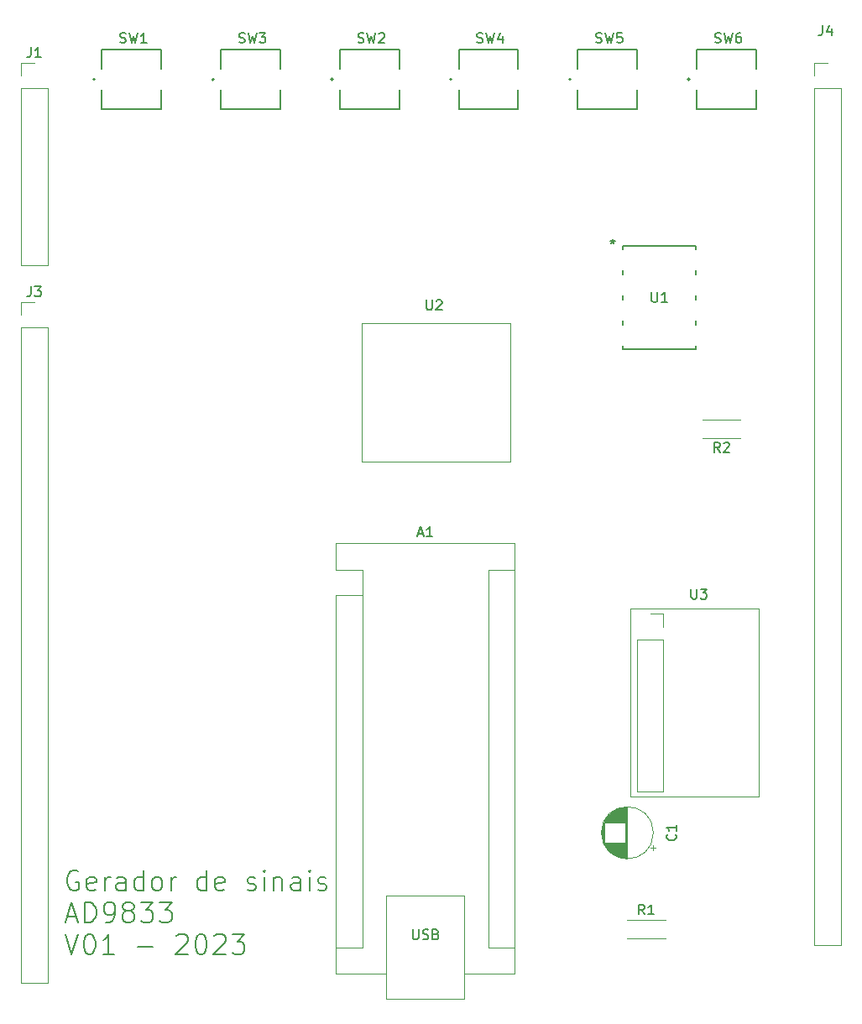
<source format=gbr>
%TF.GenerationSoftware,KiCad,Pcbnew,7.0.6-7.0.6~ubuntu22.04.1*%
%TF.CreationDate,2023-07-19T15:48:20-03:00*%
%TF.ProjectId,Gerador_sinais_AD9833,47657261-646f-4725-9f73-696e6169735f,v01*%
%TF.SameCoordinates,Original*%
%TF.FileFunction,Legend,Top*%
%TF.FilePolarity,Positive*%
%FSLAX46Y46*%
G04 Gerber Fmt 4.6, Leading zero omitted, Abs format (unit mm)*
G04 Created by KiCad (PCBNEW 7.0.6-7.0.6~ubuntu22.04.1) date 2023-07-19 15:48:20*
%MOMM*%
%LPD*%
G01*
G04 APERTURE LIST*
%ADD10C,0.150000*%
%ADD11C,0.100000*%
%ADD12C,0.127000*%
%ADD13C,0.200000*%
%ADD14C,0.120000*%
%ADD15C,0.152400*%
G04 APERTURE END LIST*
D10*
X111122493Y-137402676D02*
X110932017Y-137307438D01*
X110932017Y-137307438D02*
X110646303Y-137307438D01*
X110646303Y-137307438D02*
X110360588Y-137402676D01*
X110360588Y-137402676D02*
X110170112Y-137593152D01*
X110170112Y-137593152D02*
X110074874Y-137783628D01*
X110074874Y-137783628D02*
X109979636Y-138164580D01*
X109979636Y-138164580D02*
X109979636Y-138450295D01*
X109979636Y-138450295D02*
X110074874Y-138831247D01*
X110074874Y-138831247D02*
X110170112Y-139021723D01*
X110170112Y-139021723D02*
X110360588Y-139212200D01*
X110360588Y-139212200D02*
X110646303Y-139307438D01*
X110646303Y-139307438D02*
X110836779Y-139307438D01*
X110836779Y-139307438D02*
X111122493Y-139212200D01*
X111122493Y-139212200D02*
X111217731Y-139116961D01*
X111217731Y-139116961D02*
X111217731Y-138450295D01*
X111217731Y-138450295D02*
X110836779Y-138450295D01*
X112836779Y-139212200D02*
X112646303Y-139307438D01*
X112646303Y-139307438D02*
X112265350Y-139307438D01*
X112265350Y-139307438D02*
X112074874Y-139212200D01*
X112074874Y-139212200D02*
X111979636Y-139021723D01*
X111979636Y-139021723D02*
X111979636Y-138259819D01*
X111979636Y-138259819D02*
X112074874Y-138069342D01*
X112074874Y-138069342D02*
X112265350Y-137974104D01*
X112265350Y-137974104D02*
X112646303Y-137974104D01*
X112646303Y-137974104D02*
X112836779Y-138069342D01*
X112836779Y-138069342D02*
X112932017Y-138259819D01*
X112932017Y-138259819D02*
X112932017Y-138450295D01*
X112932017Y-138450295D02*
X111979636Y-138640771D01*
X113789160Y-139307438D02*
X113789160Y-137974104D01*
X113789160Y-138355057D02*
X113884398Y-138164580D01*
X113884398Y-138164580D02*
X113979636Y-138069342D01*
X113979636Y-138069342D02*
X114170112Y-137974104D01*
X114170112Y-137974104D02*
X114360589Y-137974104D01*
X115884398Y-139307438D02*
X115884398Y-138259819D01*
X115884398Y-138259819D02*
X115789160Y-138069342D01*
X115789160Y-138069342D02*
X115598684Y-137974104D01*
X115598684Y-137974104D02*
X115217731Y-137974104D01*
X115217731Y-137974104D02*
X115027255Y-138069342D01*
X115884398Y-139212200D02*
X115693922Y-139307438D01*
X115693922Y-139307438D02*
X115217731Y-139307438D01*
X115217731Y-139307438D02*
X115027255Y-139212200D01*
X115027255Y-139212200D02*
X114932017Y-139021723D01*
X114932017Y-139021723D02*
X114932017Y-138831247D01*
X114932017Y-138831247D02*
X115027255Y-138640771D01*
X115027255Y-138640771D02*
X115217731Y-138545533D01*
X115217731Y-138545533D02*
X115693922Y-138545533D01*
X115693922Y-138545533D02*
X115884398Y-138450295D01*
X117693922Y-139307438D02*
X117693922Y-137307438D01*
X117693922Y-139212200D02*
X117503446Y-139307438D01*
X117503446Y-139307438D02*
X117122493Y-139307438D01*
X117122493Y-139307438D02*
X116932017Y-139212200D01*
X116932017Y-139212200D02*
X116836779Y-139116961D01*
X116836779Y-139116961D02*
X116741541Y-138926485D01*
X116741541Y-138926485D02*
X116741541Y-138355057D01*
X116741541Y-138355057D02*
X116836779Y-138164580D01*
X116836779Y-138164580D02*
X116932017Y-138069342D01*
X116932017Y-138069342D02*
X117122493Y-137974104D01*
X117122493Y-137974104D02*
X117503446Y-137974104D01*
X117503446Y-137974104D02*
X117693922Y-138069342D01*
X118932017Y-139307438D02*
X118741541Y-139212200D01*
X118741541Y-139212200D02*
X118646303Y-139116961D01*
X118646303Y-139116961D02*
X118551065Y-138926485D01*
X118551065Y-138926485D02*
X118551065Y-138355057D01*
X118551065Y-138355057D02*
X118646303Y-138164580D01*
X118646303Y-138164580D02*
X118741541Y-138069342D01*
X118741541Y-138069342D02*
X118932017Y-137974104D01*
X118932017Y-137974104D02*
X119217732Y-137974104D01*
X119217732Y-137974104D02*
X119408208Y-138069342D01*
X119408208Y-138069342D02*
X119503446Y-138164580D01*
X119503446Y-138164580D02*
X119598684Y-138355057D01*
X119598684Y-138355057D02*
X119598684Y-138926485D01*
X119598684Y-138926485D02*
X119503446Y-139116961D01*
X119503446Y-139116961D02*
X119408208Y-139212200D01*
X119408208Y-139212200D02*
X119217732Y-139307438D01*
X119217732Y-139307438D02*
X118932017Y-139307438D01*
X120455827Y-139307438D02*
X120455827Y-137974104D01*
X120455827Y-138355057D02*
X120551065Y-138164580D01*
X120551065Y-138164580D02*
X120646303Y-138069342D01*
X120646303Y-138069342D02*
X120836779Y-137974104D01*
X120836779Y-137974104D02*
X121027256Y-137974104D01*
X124074875Y-139307438D02*
X124074875Y-137307438D01*
X124074875Y-139212200D02*
X123884399Y-139307438D01*
X123884399Y-139307438D02*
X123503446Y-139307438D01*
X123503446Y-139307438D02*
X123312970Y-139212200D01*
X123312970Y-139212200D02*
X123217732Y-139116961D01*
X123217732Y-139116961D02*
X123122494Y-138926485D01*
X123122494Y-138926485D02*
X123122494Y-138355057D01*
X123122494Y-138355057D02*
X123217732Y-138164580D01*
X123217732Y-138164580D02*
X123312970Y-138069342D01*
X123312970Y-138069342D02*
X123503446Y-137974104D01*
X123503446Y-137974104D02*
X123884399Y-137974104D01*
X123884399Y-137974104D02*
X124074875Y-138069342D01*
X125789161Y-139212200D02*
X125598685Y-139307438D01*
X125598685Y-139307438D02*
X125217732Y-139307438D01*
X125217732Y-139307438D02*
X125027256Y-139212200D01*
X125027256Y-139212200D02*
X124932018Y-139021723D01*
X124932018Y-139021723D02*
X124932018Y-138259819D01*
X124932018Y-138259819D02*
X125027256Y-138069342D01*
X125027256Y-138069342D02*
X125217732Y-137974104D01*
X125217732Y-137974104D02*
X125598685Y-137974104D01*
X125598685Y-137974104D02*
X125789161Y-138069342D01*
X125789161Y-138069342D02*
X125884399Y-138259819D01*
X125884399Y-138259819D02*
X125884399Y-138450295D01*
X125884399Y-138450295D02*
X124932018Y-138640771D01*
X128170114Y-139212200D02*
X128360590Y-139307438D01*
X128360590Y-139307438D02*
X128741542Y-139307438D01*
X128741542Y-139307438D02*
X128932019Y-139212200D01*
X128932019Y-139212200D02*
X129027257Y-139021723D01*
X129027257Y-139021723D02*
X129027257Y-138926485D01*
X129027257Y-138926485D02*
X128932019Y-138736009D01*
X128932019Y-138736009D02*
X128741542Y-138640771D01*
X128741542Y-138640771D02*
X128455828Y-138640771D01*
X128455828Y-138640771D02*
X128265352Y-138545533D01*
X128265352Y-138545533D02*
X128170114Y-138355057D01*
X128170114Y-138355057D02*
X128170114Y-138259819D01*
X128170114Y-138259819D02*
X128265352Y-138069342D01*
X128265352Y-138069342D02*
X128455828Y-137974104D01*
X128455828Y-137974104D02*
X128741542Y-137974104D01*
X128741542Y-137974104D02*
X128932019Y-138069342D01*
X129884400Y-139307438D02*
X129884400Y-137974104D01*
X129884400Y-137307438D02*
X129789162Y-137402676D01*
X129789162Y-137402676D02*
X129884400Y-137497914D01*
X129884400Y-137497914D02*
X129979638Y-137402676D01*
X129979638Y-137402676D02*
X129884400Y-137307438D01*
X129884400Y-137307438D02*
X129884400Y-137497914D01*
X130836781Y-137974104D02*
X130836781Y-139307438D01*
X130836781Y-138164580D02*
X130932019Y-138069342D01*
X130932019Y-138069342D02*
X131122495Y-137974104D01*
X131122495Y-137974104D02*
X131408210Y-137974104D01*
X131408210Y-137974104D02*
X131598686Y-138069342D01*
X131598686Y-138069342D02*
X131693924Y-138259819D01*
X131693924Y-138259819D02*
X131693924Y-139307438D01*
X133503448Y-139307438D02*
X133503448Y-138259819D01*
X133503448Y-138259819D02*
X133408210Y-138069342D01*
X133408210Y-138069342D02*
X133217734Y-137974104D01*
X133217734Y-137974104D02*
X132836781Y-137974104D01*
X132836781Y-137974104D02*
X132646305Y-138069342D01*
X133503448Y-139212200D02*
X133312972Y-139307438D01*
X133312972Y-139307438D02*
X132836781Y-139307438D01*
X132836781Y-139307438D02*
X132646305Y-139212200D01*
X132646305Y-139212200D02*
X132551067Y-139021723D01*
X132551067Y-139021723D02*
X132551067Y-138831247D01*
X132551067Y-138831247D02*
X132646305Y-138640771D01*
X132646305Y-138640771D02*
X132836781Y-138545533D01*
X132836781Y-138545533D02*
X133312972Y-138545533D01*
X133312972Y-138545533D02*
X133503448Y-138450295D01*
X134455829Y-139307438D02*
X134455829Y-137974104D01*
X134455829Y-137307438D02*
X134360591Y-137402676D01*
X134360591Y-137402676D02*
X134455829Y-137497914D01*
X134455829Y-137497914D02*
X134551067Y-137402676D01*
X134551067Y-137402676D02*
X134455829Y-137307438D01*
X134455829Y-137307438D02*
X134455829Y-137497914D01*
X135312972Y-139212200D02*
X135503448Y-139307438D01*
X135503448Y-139307438D02*
X135884400Y-139307438D01*
X135884400Y-139307438D02*
X136074877Y-139212200D01*
X136074877Y-139212200D02*
X136170115Y-139021723D01*
X136170115Y-139021723D02*
X136170115Y-138926485D01*
X136170115Y-138926485D02*
X136074877Y-138736009D01*
X136074877Y-138736009D02*
X135884400Y-138640771D01*
X135884400Y-138640771D02*
X135598686Y-138640771D01*
X135598686Y-138640771D02*
X135408210Y-138545533D01*
X135408210Y-138545533D02*
X135312972Y-138355057D01*
X135312972Y-138355057D02*
X135312972Y-138259819D01*
X135312972Y-138259819D02*
X135408210Y-138069342D01*
X135408210Y-138069342D02*
X135598686Y-137974104D01*
X135598686Y-137974104D02*
X135884400Y-137974104D01*
X135884400Y-137974104D02*
X136074877Y-138069342D01*
X109979636Y-141956009D02*
X110932017Y-141956009D01*
X109789160Y-142527438D02*
X110455826Y-140527438D01*
X110455826Y-140527438D02*
X111122493Y-142527438D01*
X111789160Y-142527438D02*
X111789160Y-140527438D01*
X111789160Y-140527438D02*
X112265350Y-140527438D01*
X112265350Y-140527438D02*
X112551065Y-140622676D01*
X112551065Y-140622676D02*
X112741541Y-140813152D01*
X112741541Y-140813152D02*
X112836779Y-141003628D01*
X112836779Y-141003628D02*
X112932017Y-141384580D01*
X112932017Y-141384580D02*
X112932017Y-141670295D01*
X112932017Y-141670295D02*
X112836779Y-142051247D01*
X112836779Y-142051247D02*
X112741541Y-142241723D01*
X112741541Y-142241723D02*
X112551065Y-142432200D01*
X112551065Y-142432200D02*
X112265350Y-142527438D01*
X112265350Y-142527438D02*
X111789160Y-142527438D01*
X113884398Y-142527438D02*
X114265350Y-142527438D01*
X114265350Y-142527438D02*
X114455827Y-142432200D01*
X114455827Y-142432200D02*
X114551065Y-142336961D01*
X114551065Y-142336961D02*
X114741541Y-142051247D01*
X114741541Y-142051247D02*
X114836779Y-141670295D01*
X114836779Y-141670295D02*
X114836779Y-140908390D01*
X114836779Y-140908390D02*
X114741541Y-140717914D01*
X114741541Y-140717914D02*
X114646303Y-140622676D01*
X114646303Y-140622676D02*
X114455827Y-140527438D01*
X114455827Y-140527438D02*
X114074874Y-140527438D01*
X114074874Y-140527438D02*
X113884398Y-140622676D01*
X113884398Y-140622676D02*
X113789160Y-140717914D01*
X113789160Y-140717914D02*
X113693922Y-140908390D01*
X113693922Y-140908390D02*
X113693922Y-141384580D01*
X113693922Y-141384580D02*
X113789160Y-141575057D01*
X113789160Y-141575057D02*
X113884398Y-141670295D01*
X113884398Y-141670295D02*
X114074874Y-141765533D01*
X114074874Y-141765533D02*
X114455827Y-141765533D01*
X114455827Y-141765533D02*
X114646303Y-141670295D01*
X114646303Y-141670295D02*
X114741541Y-141575057D01*
X114741541Y-141575057D02*
X114836779Y-141384580D01*
X115979636Y-141384580D02*
X115789160Y-141289342D01*
X115789160Y-141289342D02*
X115693922Y-141194104D01*
X115693922Y-141194104D02*
X115598684Y-141003628D01*
X115598684Y-141003628D02*
X115598684Y-140908390D01*
X115598684Y-140908390D02*
X115693922Y-140717914D01*
X115693922Y-140717914D02*
X115789160Y-140622676D01*
X115789160Y-140622676D02*
X115979636Y-140527438D01*
X115979636Y-140527438D02*
X116360589Y-140527438D01*
X116360589Y-140527438D02*
X116551065Y-140622676D01*
X116551065Y-140622676D02*
X116646303Y-140717914D01*
X116646303Y-140717914D02*
X116741541Y-140908390D01*
X116741541Y-140908390D02*
X116741541Y-141003628D01*
X116741541Y-141003628D02*
X116646303Y-141194104D01*
X116646303Y-141194104D02*
X116551065Y-141289342D01*
X116551065Y-141289342D02*
X116360589Y-141384580D01*
X116360589Y-141384580D02*
X115979636Y-141384580D01*
X115979636Y-141384580D02*
X115789160Y-141479819D01*
X115789160Y-141479819D02*
X115693922Y-141575057D01*
X115693922Y-141575057D02*
X115598684Y-141765533D01*
X115598684Y-141765533D02*
X115598684Y-142146485D01*
X115598684Y-142146485D02*
X115693922Y-142336961D01*
X115693922Y-142336961D02*
X115789160Y-142432200D01*
X115789160Y-142432200D02*
X115979636Y-142527438D01*
X115979636Y-142527438D02*
X116360589Y-142527438D01*
X116360589Y-142527438D02*
X116551065Y-142432200D01*
X116551065Y-142432200D02*
X116646303Y-142336961D01*
X116646303Y-142336961D02*
X116741541Y-142146485D01*
X116741541Y-142146485D02*
X116741541Y-141765533D01*
X116741541Y-141765533D02*
X116646303Y-141575057D01*
X116646303Y-141575057D02*
X116551065Y-141479819D01*
X116551065Y-141479819D02*
X116360589Y-141384580D01*
X117408208Y-140527438D02*
X118646303Y-140527438D01*
X118646303Y-140527438D02*
X117979636Y-141289342D01*
X117979636Y-141289342D02*
X118265351Y-141289342D01*
X118265351Y-141289342D02*
X118455827Y-141384580D01*
X118455827Y-141384580D02*
X118551065Y-141479819D01*
X118551065Y-141479819D02*
X118646303Y-141670295D01*
X118646303Y-141670295D02*
X118646303Y-142146485D01*
X118646303Y-142146485D02*
X118551065Y-142336961D01*
X118551065Y-142336961D02*
X118455827Y-142432200D01*
X118455827Y-142432200D02*
X118265351Y-142527438D01*
X118265351Y-142527438D02*
X117693922Y-142527438D01*
X117693922Y-142527438D02*
X117503446Y-142432200D01*
X117503446Y-142432200D02*
X117408208Y-142336961D01*
X119312970Y-140527438D02*
X120551065Y-140527438D01*
X120551065Y-140527438D02*
X119884398Y-141289342D01*
X119884398Y-141289342D02*
X120170113Y-141289342D01*
X120170113Y-141289342D02*
X120360589Y-141384580D01*
X120360589Y-141384580D02*
X120455827Y-141479819D01*
X120455827Y-141479819D02*
X120551065Y-141670295D01*
X120551065Y-141670295D02*
X120551065Y-142146485D01*
X120551065Y-142146485D02*
X120455827Y-142336961D01*
X120455827Y-142336961D02*
X120360589Y-142432200D01*
X120360589Y-142432200D02*
X120170113Y-142527438D01*
X120170113Y-142527438D02*
X119598684Y-142527438D01*
X119598684Y-142527438D02*
X119408208Y-142432200D01*
X119408208Y-142432200D02*
X119312970Y-142336961D01*
X109789160Y-143747438D02*
X110455826Y-145747438D01*
X110455826Y-145747438D02*
X111122493Y-143747438D01*
X112170112Y-143747438D02*
X112360589Y-143747438D01*
X112360589Y-143747438D02*
X112551065Y-143842676D01*
X112551065Y-143842676D02*
X112646303Y-143937914D01*
X112646303Y-143937914D02*
X112741541Y-144128390D01*
X112741541Y-144128390D02*
X112836779Y-144509342D01*
X112836779Y-144509342D02*
X112836779Y-144985533D01*
X112836779Y-144985533D02*
X112741541Y-145366485D01*
X112741541Y-145366485D02*
X112646303Y-145556961D01*
X112646303Y-145556961D02*
X112551065Y-145652200D01*
X112551065Y-145652200D02*
X112360589Y-145747438D01*
X112360589Y-145747438D02*
X112170112Y-145747438D01*
X112170112Y-145747438D02*
X111979636Y-145652200D01*
X111979636Y-145652200D02*
X111884398Y-145556961D01*
X111884398Y-145556961D02*
X111789160Y-145366485D01*
X111789160Y-145366485D02*
X111693922Y-144985533D01*
X111693922Y-144985533D02*
X111693922Y-144509342D01*
X111693922Y-144509342D02*
X111789160Y-144128390D01*
X111789160Y-144128390D02*
X111884398Y-143937914D01*
X111884398Y-143937914D02*
X111979636Y-143842676D01*
X111979636Y-143842676D02*
X112170112Y-143747438D01*
X114741541Y-145747438D02*
X113598684Y-145747438D01*
X114170112Y-145747438D02*
X114170112Y-143747438D01*
X114170112Y-143747438D02*
X113979636Y-144033152D01*
X113979636Y-144033152D02*
X113789160Y-144223628D01*
X113789160Y-144223628D02*
X113598684Y-144318866D01*
X117122494Y-144985533D02*
X118646304Y-144985533D01*
X121027256Y-143937914D02*
X121122494Y-143842676D01*
X121122494Y-143842676D02*
X121312970Y-143747438D01*
X121312970Y-143747438D02*
X121789161Y-143747438D01*
X121789161Y-143747438D02*
X121979637Y-143842676D01*
X121979637Y-143842676D02*
X122074875Y-143937914D01*
X122074875Y-143937914D02*
X122170113Y-144128390D01*
X122170113Y-144128390D02*
X122170113Y-144318866D01*
X122170113Y-144318866D02*
X122074875Y-144604580D01*
X122074875Y-144604580D02*
X120932018Y-145747438D01*
X120932018Y-145747438D02*
X122170113Y-145747438D01*
X123408208Y-143747438D02*
X123598685Y-143747438D01*
X123598685Y-143747438D02*
X123789161Y-143842676D01*
X123789161Y-143842676D02*
X123884399Y-143937914D01*
X123884399Y-143937914D02*
X123979637Y-144128390D01*
X123979637Y-144128390D02*
X124074875Y-144509342D01*
X124074875Y-144509342D02*
X124074875Y-144985533D01*
X124074875Y-144985533D02*
X123979637Y-145366485D01*
X123979637Y-145366485D02*
X123884399Y-145556961D01*
X123884399Y-145556961D02*
X123789161Y-145652200D01*
X123789161Y-145652200D02*
X123598685Y-145747438D01*
X123598685Y-145747438D02*
X123408208Y-145747438D01*
X123408208Y-145747438D02*
X123217732Y-145652200D01*
X123217732Y-145652200D02*
X123122494Y-145556961D01*
X123122494Y-145556961D02*
X123027256Y-145366485D01*
X123027256Y-145366485D02*
X122932018Y-144985533D01*
X122932018Y-144985533D02*
X122932018Y-144509342D01*
X122932018Y-144509342D02*
X123027256Y-144128390D01*
X123027256Y-144128390D02*
X123122494Y-143937914D01*
X123122494Y-143937914D02*
X123217732Y-143842676D01*
X123217732Y-143842676D02*
X123408208Y-143747438D01*
X124836780Y-143937914D02*
X124932018Y-143842676D01*
X124932018Y-143842676D02*
X125122494Y-143747438D01*
X125122494Y-143747438D02*
X125598685Y-143747438D01*
X125598685Y-143747438D02*
X125789161Y-143842676D01*
X125789161Y-143842676D02*
X125884399Y-143937914D01*
X125884399Y-143937914D02*
X125979637Y-144128390D01*
X125979637Y-144128390D02*
X125979637Y-144318866D01*
X125979637Y-144318866D02*
X125884399Y-144604580D01*
X125884399Y-144604580D02*
X124741542Y-145747438D01*
X124741542Y-145747438D02*
X125979637Y-145747438D01*
X126646304Y-143747438D02*
X127884399Y-143747438D01*
X127884399Y-143747438D02*
X127217732Y-144509342D01*
X127217732Y-144509342D02*
X127503447Y-144509342D01*
X127503447Y-144509342D02*
X127693923Y-144604580D01*
X127693923Y-144604580D02*
X127789161Y-144699819D01*
X127789161Y-144699819D02*
X127884399Y-144890295D01*
X127884399Y-144890295D02*
X127884399Y-145366485D01*
X127884399Y-145366485D02*
X127789161Y-145556961D01*
X127789161Y-145556961D02*
X127693923Y-145652200D01*
X127693923Y-145652200D02*
X127503447Y-145747438D01*
X127503447Y-145747438D02*
X126932018Y-145747438D01*
X126932018Y-145747438D02*
X126741542Y-145652200D01*
X126741542Y-145652200D02*
X126646304Y-145556961D01*
X146238095Y-79754819D02*
X146238095Y-80564342D01*
X146238095Y-80564342D02*
X146285714Y-80659580D01*
X146285714Y-80659580D02*
X146333333Y-80707200D01*
X146333333Y-80707200D02*
X146428571Y-80754819D01*
X146428571Y-80754819D02*
X146619047Y-80754819D01*
X146619047Y-80754819D02*
X146714285Y-80707200D01*
X146714285Y-80707200D02*
X146761904Y-80659580D01*
X146761904Y-80659580D02*
X146809523Y-80564342D01*
X146809523Y-80564342D02*
X146809523Y-79754819D01*
X147238095Y-79850057D02*
X147285714Y-79802438D01*
X147285714Y-79802438D02*
X147380952Y-79754819D01*
X147380952Y-79754819D02*
X147619047Y-79754819D01*
X147619047Y-79754819D02*
X147714285Y-79802438D01*
X147714285Y-79802438D02*
X147761904Y-79850057D01*
X147761904Y-79850057D02*
X147809523Y-79945295D01*
X147809523Y-79945295D02*
X147809523Y-80040533D01*
X147809523Y-80040533D02*
X147761904Y-80183390D01*
X147761904Y-80183390D02*
X147190476Y-80754819D01*
X147190476Y-80754819D02*
X147809523Y-80754819D01*
X127341667Y-53772200D02*
X127484524Y-53819819D01*
X127484524Y-53819819D02*
X127722619Y-53819819D01*
X127722619Y-53819819D02*
X127817857Y-53772200D01*
X127817857Y-53772200D02*
X127865476Y-53724580D01*
X127865476Y-53724580D02*
X127913095Y-53629342D01*
X127913095Y-53629342D02*
X127913095Y-53534104D01*
X127913095Y-53534104D02*
X127865476Y-53438866D01*
X127865476Y-53438866D02*
X127817857Y-53391247D01*
X127817857Y-53391247D02*
X127722619Y-53343628D01*
X127722619Y-53343628D02*
X127532143Y-53296009D01*
X127532143Y-53296009D02*
X127436905Y-53248390D01*
X127436905Y-53248390D02*
X127389286Y-53200771D01*
X127389286Y-53200771D02*
X127341667Y-53105533D01*
X127341667Y-53105533D02*
X127341667Y-53010295D01*
X127341667Y-53010295D02*
X127389286Y-52915057D01*
X127389286Y-52915057D02*
X127436905Y-52867438D01*
X127436905Y-52867438D02*
X127532143Y-52819819D01*
X127532143Y-52819819D02*
X127770238Y-52819819D01*
X127770238Y-52819819D02*
X127913095Y-52867438D01*
X128246429Y-52819819D02*
X128484524Y-53819819D01*
X128484524Y-53819819D02*
X128675000Y-53105533D01*
X128675000Y-53105533D02*
X128865476Y-53819819D01*
X128865476Y-53819819D02*
X129103572Y-52819819D01*
X129389286Y-52819819D02*
X130008333Y-52819819D01*
X130008333Y-52819819D02*
X129675000Y-53200771D01*
X129675000Y-53200771D02*
X129817857Y-53200771D01*
X129817857Y-53200771D02*
X129913095Y-53248390D01*
X129913095Y-53248390D02*
X129960714Y-53296009D01*
X129960714Y-53296009D02*
X130008333Y-53391247D01*
X130008333Y-53391247D02*
X130008333Y-53629342D01*
X130008333Y-53629342D02*
X129960714Y-53724580D01*
X129960714Y-53724580D02*
X129913095Y-53772200D01*
X129913095Y-53772200D02*
X129817857Y-53819819D01*
X129817857Y-53819819D02*
X129532143Y-53819819D01*
X129532143Y-53819819D02*
X129436905Y-53772200D01*
X129436905Y-53772200D02*
X129389286Y-53724580D01*
X171359580Y-133666666D02*
X171407200Y-133714285D01*
X171407200Y-133714285D02*
X171454819Y-133857142D01*
X171454819Y-133857142D02*
X171454819Y-133952380D01*
X171454819Y-133952380D02*
X171407200Y-134095237D01*
X171407200Y-134095237D02*
X171311961Y-134190475D01*
X171311961Y-134190475D02*
X171216723Y-134238094D01*
X171216723Y-134238094D02*
X171026247Y-134285713D01*
X171026247Y-134285713D02*
X170883390Y-134285713D01*
X170883390Y-134285713D02*
X170692914Y-134238094D01*
X170692914Y-134238094D02*
X170597676Y-134190475D01*
X170597676Y-134190475D02*
X170502438Y-134095237D01*
X170502438Y-134095237D02*
X170454819Y-133952380D01*
X170454819Y-133952380D02*
X170454819Y-133857142D01*
X170454819Y-133857142D02*
X170502438Y-133714285D01*
X170502438Y-133714285D02*
X170550057Y-133666666D01*
X171454819Y-132714285D02*
X171454819Y-133285713D01*
X171454819Y-132999999D02*
X170454819Y-132999999D01*
X170454819Y-132999999D02*
X170597676Y-133095237D01*
X170597676Y-133095237D02*
X170692914Y-133190475D01*
X170692914Y-133190475D02*
X170740533Y-133285713D01*
X145405714Y-103319104D02*
X145881904Y-103319104D01*
X145310476Y-103604819D02*
X145643809Y-102604819D01*
X145643809Y-102604819D02*
X145977142Y-103604819D01*
X146834285Y-103604819D02*
X146262857Y-103604819D01*
X146548571Y-103604819D02*
X146548571Y-102604819D01*
X146548571Y-102604819D02*
X146453333Y-102747676D01*
X146453333Y-102747676D02*
X146358095Y-102842914D01*
X146358095Y-102842914D02*
X146262857Y-102890533D01*
X144858095Y-143244819D02*
X144858095Y-144054342D01*
X144858095Y-144054342D02*
X144905714Y-144149580D01*
X144905714Y-144149580D02*
X144953333Y-144197200D01*
X144953333Y-144197200D02*
X145048571Y-144244819D01*
X145048571Y-144244819D02*
X145239047Y-144244819D01*
X145239047Y-144244819D02*
X145334285Y-144197200D01*
X145334285Y-144197200D02*
X145381904Y-144149580D01*
X145381904Y-144149580D02*
X145429523Y-144054342D01*
X145429523Y-144054342D02*
X145429523Y-143244819D01*
X145858095Y-144197200D02*
X146000952Y-144244819D01*
X146000952Y-144244819D02*
X146239047Y-144244819D01*
X146239047Y-144244819D02*
X146334285Y-144197200D01*
X146334285Y-144197200D02*
X146381904Y-144149580D01*
X146381904Y-144149580D02*
X146429523Y-144054342D01*
X146429523Y-144054342D02*
X146429523Y-143959104D01*
X146429523Y-143959104D02*
X146381904Y-143863866D01*
X146381904Y-143863866D02*
X146334285Y-143816247D01*
X146334285Y-143816247D02*
X146239047Y-143768628D01*
X146239047Y-143768628D02*
X146048571Y-143721009D01*
X146048571Y-143721009D02*
X145953333Y-143673390D01*
X145953333Y-143673390D02*
X145905714Y-143625771D01*
X145905714Y-143625771D02*
X145858095Y-143530533D01*
X145858095Y-143530533D02*
X145858095Y-143435295D01*
X145858095Y-143435295D02*
X145905714Y-143340057D01*
X145905714Y-143340057D02*
X145953333Y-143292438D01*
X145953333Y-143292438D02*
X146048571Y-143244819D01*
X146048571Y-143244819D02*
X146286666Y-143244819D01*
X146286666Y-143244819D02*
X146429523Y-143292438D01*
X147191428Y-143721009D02*
X147334285Y-143768628D01*
X147334285Y-143768628D02*
X147381904Y-143816247D01*
X147381904Y-143816247D02*
X147429523Y-143911485D01*
X147429523Y-143911485D02*
X147429523Y-144054342D01*
X147429523Y-144054342D02*
X147381904Y-144149580D01*
X147381904Y-144149580D02*
X147334285Y-144197200D01*
X147334285Y-144197200D02*
X147239047Y-144244819D01*
X147239047Y-144244819D02*
X146858095Y-144244819D01*
X146858095Y-144244819D02*
X146858095Y-143244819D01*
X146858095Y-143244819D02*
X147191428Y-143244819D01*
X147191428Y-143244819D02*
X147286666Y-143292438D01*
X147286666Y-143292438D02*
X147334285Y-143340057D01*
X147334285Y-143340057D02*
X147381904Y-143435295D01*
X147381904Y-143435295D02*
X147381904Y-143530533D01*
X147381904Y-143530533D02*
X147334285Y-143625771D01*
X147334285Y-143625771D02*
X147286666Y-143673390D01*
X147286666Y-143673390D02*
X147191428Y-143721009D01*
X147191428Y-143721009D02*
X146858095Y-143721009D01*
X168948095Y-78964819D02*
X168948095Y-79774342D01*
X168948095Y-79774342D02*
X168995714Y-79869580D01*
X168995714Y-79869580D02*
X169043333Y-79917200D01*
X169043333Y-79917200D02*
X169138571Y-79964819D01*
X169138571Y-79964819D02*
X169329047Y-79964819D01*
X169329047Y-79964819D02*
X169424285Y-79917200D01*
X169424285Y-79917200D02*
X169471904Y-79869580D01*
X169471904Y-79869580D02*
X169519523Y-79774342D01*
X169519523Y-79774342D02*
X169519523Y-78964819D01*
X170519523Y-79964819D02*
X169948095Y-79964819D01*
X170233809Y-79964819D02*
X170233809Y-78964819D01*
X170233809Y-78964819D02*
X170138571Y-79107676D01*
X170138571Y-79107676D02*
X170043333Y-79202914D01*
X170043333Y-79202914D02*
X169948095Y-79250533D01*
X165000000Y-73630819D02*
X165000000Y-73868914D01*
X164761905Y-73773676D02*
X165000000Y-73868914D01*
X165000000Y-73868914D02*
X165238095Y-73773676D01*
X164857143Y-74059390D02*
X165000000Y-73868914D01*
X165000000Y-73868914D02*
X165142857Y-74059390D01*
X151341667Y-53772200D02*
X151484524Y-53819819D01*
X151484524Y-53819819D02*
X151722619Y-53819819D01*
X151722619Y-53819819D02*
X151817857Y-53772200D01*
X151817857Y-53772200D02*
X151865476Y-53724580D01*
X151865476Y-53724580D02*
X151913095Y-53629342D01*
X151913095Y-53629342D02*
X151913095Y-53534104D01*
X151913095Y-53534104D02*
X151865476Y-53438866D01*
X151865476Y-53438866D02*
X151817857Y-53391247D01*
X151817857Y-53391247D02*
X151722619Y-53343628D01*
X151722619Y-53343628D02*
X151532143Y-53296009D01*
X151532143Y-53296009D02*
X151436905Y-53248390D01*
X151436905Y-53248390D02*
X151389286Y-53200771D01*
X151389286Y-53200771D02*
X151341667Y-53105533D01*
X151341667Y-53105533D02*
X151341667Y-53010295D01*
X151341667Y-53010295D02*
X151389286Y-52915057D01*
X151389286Y-52915057D02*
X151436905Y-52867438D01*
X151436905Y-52867438D02*
X151532143Y-52819819D01*
X151532143Y-52819819D02*
X151770238Y-52819819D01*
X151770238Y-52819819D02*
X151913095Y-52867438D01*
X152246429Y-52819819D02*
X152484524Y-53819819D01*
X152484524Y-53819819D02*
X152675000Y-53105533D01*
X152675000Y-53105533D02*
X152865476Y-53819819D01*
X152865476Y-53819819D02*
X153103572Y-52819819D01*
X153913095Y-53153152D02*
X153913095Y-53819819D01*
X153675000Y-52772200D02*
X153436905Y-53486485D01*
X153436905Y-53486485D02*
X154055952Y-53486485D01*
X186191666Y-52069819D02*
X186191666Y-52784104D01*
X186191666Y-52784104D02*
X186144047Y-52926961D01*
X186144047Y-52926961D02*
X186048809Y-53022200D01*
X186048809Y-53022200D02*
X185905952Y-53069819D01*
X185905952Y-53069819D02*
X185810714Y-53069819D01*
X187096428Y-52403152D02*
X187096428Y-53069819D01*
X186858333Y-52022200D02*
X186620238Y-52736485D01*
X186620238Y-52736485D02*
X187239285Y-52736485D01*
X175341667Y-53772200D02*
X175484524Y-53819819D01*
X175484524Y-53819819D02*
X175722619Y-53819819D01*
X175722619Y-53819819D02*
X175817857Y-53772200D01*
X175817857Y-53772200D02*
X175865476Y-53724580D01*
X175865476Y-53724580D02*
X175913095Y-53629342D01*
X175913095Y-53629342D02*
X175913095Y-53534104D01*
X175913095Y-53534104D02*
X175865476Y-53438866D01*
X175865476Y-53438866D02*
X175817857Y-53391247D01*
X175817857Y-53391247D02*
X175722619Y-53343628D01*
X175722619Y-53343628D02*
X175532143Y-53296009D01*
X175532143Y-53296009D02*
X175436905Y-53248390D01*
X175436905Y-53248390D02*
X175389286Y-53200771D01*
X175389286Y-53200771D02*
X175341667Y-53105533D01*
X175341667Y-53105533D02*
X175341667Y-53010295D01*
X175341667Y-53010295D02*
X175389286Y-52915057D01*
X175389286Y-52915057D02*
X175436905Y-52867438D01*
X175436905Y-52867438D02*
X175532143Y-52819819D01*
X175532143Y-52819819D02*
X175770238Y-52819819D01*
X175770238Y-52819819D02*
X175913095Y-52867438D01*
X176246429Y-52819819D02*
X176484524Y-53819819D01*
X176484524Y-53819819D02*
X176675000Y-53105533D01*
X176675000Y-53105533D02*
X176865476Y-53819819D01*
X176865476Y-53819819D02*
X177103572Y-52819819D01*
X177913095Y-52819819D02*
X177722619Y-52819819D01*
X177722619Y-52819819D02*
X177627381Y-52867438D01*
X177627381Y-52867438D02*
X177579762Y-52915057D01*
X177579762Y-52915057D02*
X177484524Y-53057914D01*
X177484524Y-53057914D02*
X177436905Y-53248390D01*
X177436905Y-53248390D02*
X177436905Y-53629342D01*
X177436905Y-53629342D02*
X177484524Y-53724580D01*
X177484524Y-53724580D02*
X177532143Y-53772200D01*
X177532143Y-53772200D02*
X177627381Y-53819819D01*
X177627381Y-53819819D02*
X177817857Y-53819819D01*
X177817857Y-53819819D02*
X177913095Y-53772200D01*
X177913095Y-53772200D02*
X177960714Y-53724580D01*
X177960714Y-53724580D02*
X178008333Y-53629342D01*
X178008333Y-53629342D02*
X178008333Y-53391247D01*
X178008333Y-53391247D02*
X177960714Y-53296009D01*
X177960714Y-53296009D02*
X177913095Y-53248390D01*
X177913095Y-53248390D02*
X177817857Y-53200771D01*
X177817857Y-53200771D02*
X177627381Y-53200771D01*
X177627381Y-53200771D02*
X177532143Y-53248390D01*
X177532143Y-53248390D02*
X177484524Y-53296009D01*
X177484524Y-53296009D02*
X177436905Y-53391247D01*
X175833333Y-95124819D02*
X175500000Y-94648628D01*
X175261905Y-95124819D02*
X175261905Y-94124819D01*
X175261905Y-94124819D02*
X175642857Y-94124819D01*
X175642857Y-94124819D02*
X175738095Y-94172438D01*
X175738095Y-94172438D02*
X175785714Y-94220057D01*
X175785714Y-94220057D02*
X175833333Y-94315295D01*
X175833333Y-94315295D02*
X175833333Y-94458152D01*
X175833333Y-94458152D02*
X175785714Y-94553390D01*
X175785714Y-94553390D02*
X175738095Y-94601009D01*
X175738095Y-94601009D02*
X175642857Y-94648628D01*
X175642857Y-94648628D02*
X175261905Y-94648628D01*
X176214286Y-94220057D02*
X176261905Y-94172438D01*
X176261905Y-94172438D02*
X176357143Y-94124819D01*
X176357143Y-94124819D02*
X176595238Y-94124819D01*
X176595238Y-94124819D02*
X176690476Y-94172438D01*
X176690476Y-94172438D02*
X176738095Y-94220057D01*
X176738095Y-94220057D02*
X176785714Y-94315295D01*
X176785714Y-94315295D02*
X176785714Y-94410533D01*
X176785714Y-94410533D02*
X176738095Y-94553390D01*
X176738095Y-94553390D02*
X176166667Y-95124819D01*
X176166667Y-95124819D02*
X176785714Y-95124819D01*
X106346666Y-54274819D02*
X106346666Y-54989104D01*
X106346666Y-54989104D02*
X106299047Y-55131961D01*
X106299047Y-55131961D02*
X106203809Y-55227200D01*
X106203809Y-55227200D02*
X106060952Y-55274819D01*
X106060952Y-55274819D02*
X105965714Y-55274819D01*
X107346666Y-55274819D02*
X106775238Y-55274819D01*
X107060952Y-55274819D02*
X107060952Y-54274819D01*
X107060952Y-54274819D02*
X106965714Y-54417676D01*
X106965714Y-54417676D02*
X106870476Y-54512914D01*
X106870476Y-54512914D02*
X106775238Y-54560533D01*
X106346666Y-78404819D02*
X106346666Y-79119104D01*
X106346666Y-79119104D02*
X106299047Y-79261961D01*
X106299047Y-79261961D02*
X106203809Y-79357200D01*
X106203809Y-79357200D02*
X106060952Y-79404819D01*
X106060952Y-79404819D02*
X105965714Y-79404819D01*
X106727619Y-78404819D02*
X107346666Y-78404819D01*
X107346666Y-78404819D02*
X107013333Y-78785771D01*
X107013333Y-78785771D02*
X107156190Y-78785771D01*
X107156190Y-78785771D02*
X107251428Y-78833390D01*
X107251428Y-78833390D02*
X107299047Y-78881009D01*
X107299047Y-78881009D02*
X107346666Y-78976247D01*
X107346666Y-78976247D02*
X107346666Y-79214342D01*
X107346666Y-79214342D02*
X107299047Y-79309580D01*
X107299047Y-79309580D02*
X107251428Y-79357200D01*
X107251428Y-79357200D02*
X107156190Y-79404819D01*
X107156190Y-79404819D02*
X106870476Y-79404819D01*
X106870476Y-79404819D02*
X106775238Y-79357200D01*
X106775238Y-79357200D02*
X106727619Y-79309580D01*
X172938095Y-108914819D02*
X172938095Y-109724342D01*
X172938095Y-109724342D02*
X172985714Y-109819580D01*
X172985714Y-109819580D02*
X173033333Y-109867200D01*
X173033333Y-109867200D02*
X173128571Y-109914819D01*
X173128571Y-109914819D02*
X173319047Y-109914819D01*
X173319047Y-109914819D02*
X173414285Y-109867200D01*
X173414285Y-109867200D02*
X173461904Y-109819580D01*
X173461904Y-109819580D02*
X173509523Y-109724342D01*
X173509523Y-109724342D02*
X173509523Y-108914819D01*
X173890476Y-108914819D02*
X174509523Y-108914819D01*
X174509523Y-108914819D02*
X174176190Y-109295771D01*
X174176190Y-109295771D02*
X174319047Y-109295771D01*
X174319047Y-109295771D02*
X174414285Y-109343390D01*
X174414285Y-109343390D02*
X174461904Y-109391009D01*
X174461904Y-109391009D02*
X174509523Y-109486247D01*
X174509523Y-109486247D02*
X174509523Y-109724342D01*
X174509523Y-109724342D02*
X174461904Y-109819580D01*
X174461904Y-109819580D02*
X174414285Y-109867200D01*
X174414285Y-109867200D02*
X174319047Y-109914819D01*
X174319047Y-109914819D02*
X174033333Y-109914819D01*
X174033333Y-109914819D02*
X173938095Y-109867200D01*
X173938095Y-109867200D02*
X173890476Y-109819580D01*
X139341667Y-53772200D02*
X139484524Y-53819819D01*
X139484524Y-53819819D02*
X139722619Y-53819819D01*
X139722619Y-53819819D02*
X139817857Y-53772200D01*
X139817857Y-53772200D02*
X139865476Y-53724580D01*
X139865476Y-53724580D02*
X139913095Y-53629342D01*
X139913095Y-53629342D02*
X139913095Y-53534104D01*
X139913095Y-53534104D02*
X139865476Y-53438866D01*
X139865476Y-53438866D02*
X139817857Y-53391247D01*
X139817857Y-53391247D02*
X139722619Y-53343628D01*
X139722619Y-53343628D02*
X139532143Y-53296009D01*
X139532143Y-53296009D02*
X139436905Y-53248390D01*
X139436905Y-53248390D02*
X139389286Y-53200771D01*
X139389286Y-53200771D02*
X139341667Y-53105533D01*
X139341667Y-53105533D02*
X139341667Y-53010295D01*
X139341667Y-53010295D02*
X139389286Y-52915057D01*
X139389286Y-52915057D02*
X139436905Y-52867438D01*
X139436905Y-52867438D02*
X139532143Y-52819819D01*
X139532143Y-52819819D02*
X139770238Y-52819819D01*
X139770238Y-52819819D02*
X139913095Y-52867438D01*
X140246429Y-52819819D02*
X140484524Y-53819819D01*
X140484524Y-53819819D02*
X140675000Y-53105533D01*
X140675000Y-53105533D02*
X140865476Y-53819819D01*
X140865476Y-53819819D02*
X141103572Y-52819819D01*
X141436905Y-52915057D02*
X141484524Y-52867438D01*
X141484524Y-52867438D02*
X141579762Y-52819819D01*
X141579762Y-52819819D02*
X141817857Y-52819819D01*
X141817857Y-52819819D02*
X141913095Y-52867438D01*
X141913095Y-52867438D02*
X141960714Y-52915057D01*
X141960714Y-52915057D02*
X142008333Y-53010295D01*
X142008333Y-53010295D02*
X142008333Y-53105533D01*
X142008333Y-53105533D02*
X141960714Y-53248390D01*
X141960714Y-53248390D02*
X141389286Y-53819819D01*
X141389286Y-53819819D02*
X142008333Y-53819819D01*
X115341667Y-53772200D02*
X115484524Y-53819819D01*
X115484524Y-53819819D02*
X115722619Y-53819819D01*
X115722619Y-53819819D02*
X115817857Y-53772200D01*
X115817857Y-53772200D02*
X115865476Y-53724580D01*
X115865476Y-53724580D02*
X115913095Y-53629342D01*
X115913095Y-53629342D02*
X115913095Y-53534104D01*
X115913095Y-53534104D02*
X115865476Y-53438866D01*
X115865476Y-53438866D02*
X115817857Y-53391247D01*
X115817857Y-53391247D02*
X115722619Y-53343628D01*
X115722619Y-53343628D02*
X115532143Y-53296009D01*
X115532143Y-53296009D02*
X115436905Y-53248390D01*
X115436905Y-53248390D02*
X115389286Y-53200771D01*
X115389286Y-53200771D02*
X115341667Y-53105533D01*
X115341667Y-53105533D02*
X115341667Y-53010295D01*
X115341667Y-53010295D02*
X115389286Y-52915057D01*
X115389286Y-52915057D02*
X115436905Y-52867438D01*
X115436905Y-52867438D02*
X115532143Y-52819819D01*
X115532143Y-52819819D02*
X115770238Y-52819819D01*
X115770238Y-52819819D02*
X115913095Y-52867438D01*
X116246429Y-52819819D02*
X116484524Y-53819819D01*
X116484524Y-53819819D02*
X116675000Y-53105533D01*
X116675000Y-53105533D02*
X116865476Y-53819819D01*
X116865476Y-53819819D02*
X117103572Y-52819819D01*
X118008333Y-53819819D02*
X117436905Y-53819819D01*
X117722619Y-53819819D02*
X117722619Y-52819819D01*
X117722619Y-52819819D02*
X117627381Y-52962676D01*
X117627381Y-52962676D02*
X117532143Y-53057914D01*
X117532143Y-53057914D02*
X117436905Y-53105533D01*
X168233333Y-141734819D02*
X167900000Y-141258628D01*
X167661905Y-141734819D02*
X167661905Y-140734819D01*
X167661905Y-140734819D02*
X168042857Y-140734819D01*
X168042857Y-140734819D02*
X168138095Y-140782438D01*
X168138095Y-140782438D02*
X168185714Y-140830057D01*
X168185714Y-140830057D02*
X168233333Y-140925295D01*
X168233333Y-140925295D02*
X168233333Y-141068152D01*
X168233333Y-141068152D02*
X168185714Y-141163390D01*
X168185714Y-141163390D02*
X168138095Y-141211009D01*
X168138095Y-141211009D02*
X168042857Y-141258628D01*
X168042857Y-141258628D02*
X167661905Y-141258628D01*
X169185714Y-141734819D02*
X168614286Y-141734819D01*
X168900000Y-141734819D02*
X168900000Y-140734819D01*
X168900000Y-140734819D02*
X168804762Y-140877676D01*
X168804762Y-140877676D02*
X168709524Y-140972914D01*
X168709524Y-140972914D02*
X168614286Y-141020533D01*
X163341667Y-53772200D02*
X163484524Y-53819819D01*
X163484524Y-53819819D02*
X163722619Y-53819819D01*
X163722619Y-53819819D02*
X163817857Y-53772200D01*
X163817857Y-53772200D02*
X163865476Y-53724580D01*
X163865476Y-53724580D02*
X163913095Y-53629342D01*
X163913095Y-53629342D02*
X163913095Y-53534104D01*
X163913095Y-53534104D02*
X163865476Y-53438866D01*
X163865476Y-53438866D02*
X163817857Y-53391247D01*
X163817857Y-53391247D02*
X163722619Y-53343628D01*
X163722619Y-53343628D02*
X163532143Y-53296009D01*
X163532143Y-53296009D02*
X163436905Y-53248390D01*
X163436905Y-53248390D02*
X163389286Y-53200771D01*
X163389286Y-53200771D02*
X163341667Y-53105533D01*
X163341667Y-53105533D02*
X163341667Y-53010295D01*
X163341667Y-53010295D02*
X163389286Y-52915057D01*
X163389286Y-52915057D02*
X163436905Y-52867438D01*
X163436905Y-52867438D02*
X163532143Y-52819819D01*
X163532143Y-52819819D02*
X163770238Y-52819819D01*
X163770238Y-52819819D02*
X163913095Y-52867438D01*
X164246429Y-52819819D02*
X164484524Y-53819819D01*
X164484524Y-53819819D02*
X164675000Y-53105533D01*
X164675000Y-53105533D02*
X164865476Y-53819819D01*
X164865476Y-53819819D02*
X165103572Y-52819819D01*
X165960714Y-52819819D02*
X165484524Y-52819819D01*
X165484524Y-52819819D02*
X165436905Y-53296009D01*
X165436905Y-53296009D02*
X165484524Y-53248390D01*
X165484524Y-53248390D02*
X165579762Y-53200771D01*
X165579762Y-53200771D02*
X165817857Y-53200771D01*
X165817857Y-53200771D02*
X165913095Y-53248390D01*
X165913095Y-53248390D02*
X165960714Y-53296009D01*
X165960714Y-53296009D02*
X166008333Y-53391247D01*
X166008333Y-53391247D02*
X166008333Y-53629342D01*
X166008333Y-53629342D02*
X165960714Y-53724580D01*
X165960714Y-53724580D02*
X165913095Y-53772200D01*
X165913095Y-53772200D02*
X165817857Y-53819819D01*
X165817857Y-53819819D02*
X165579762Y-53819819D01*
X165579762Y-53819819D02*
X165484524Y-53772200D01*
X165484524Y-53772200D02*
X165436905Y-53724580D01*
D11*
%TO.C,U2*%
X139700000Y-82100000D02*
X154700000Y-82100000D01*
X154700000Y-82100000D02*
X154700000Y-96100000D01*
X154700000Y-96100000D02*
X139700000Y-96100000D01*
X139700000Y-96100000D02*
X139700000Y-82100000D01*
D12*
%TO.C,SW3*%
X125500000Y-54500000D02*
X131500000Y-54500000D01*
X125500000Y-56425000D02*
X125500000Y-54500000D01*
X125500000Y-60500000D02*
X125500000Y-58575000D01*
X131500000Y-54500000D02*
X131500000Y-56425000D01*
X131500000Y-58575000D02*
X131500000Y-60500000D01*
X131500000Y-60500000D02*
X125500000Y-60500000D01*
D13*
X124800000Y-57500000D02*
G75*
G03*
X124800000Y-57500000I-100000J0D01*
G01*
D14*
%TO.C,C1*%
X169304775Y-134975000D02*
X168804775Y-134975000D01*
X169054775Y-135225000D02*
X169054775Y-134725000D01*
X166500000Y-136080000D02*
X166500000Y-130920000D01*
X166460000Y-136080000D02*
X166460000Y-130920000D01*
X166420000Y-136079000D02*
X166420000Y-130921000D01*
X166380000Y-136078000D02*
X166380000Y-130922000D01*
X166340000Y-136076000D02*
X166340000Y-130924000D01*
X166300000Y-136073000D02*
X166300000Y-130927000D01*
X166260000Y-136069000D02*
X166260000Y-134540000D01*
X166260000Y-132460000D02*
X166260000Y-130931000D01*
X166220000Y-136065000D02*
X166220000Y-134540000D01*
X166220000Y-132460000D02*
X166220000Y-130935000D01*
X166180000Y-136061000D02*
X166180000Y-134540000D01*
X166180000Y-132460000D02*
X166180000Y-130939000D01*
X166140000Y-136056000D02*
X166140000Y-134540000D01*
X166140000Y-132460000D02*
X166140000Y-130944000D01*
X166100000Y-136050000D02*
X166100000Y-134540000D01*
X166100000Y-132460000D02*
X166100000Y-130950000D01*
X166060000Y-136043000D02*
X166060000Y-134540000D01*
X166060000Y-132460000D02*
X166060000Y-130957000D01*
X166020000Y-136036000D02*
X166020000Y-134540000D01*
X166020000Y-132460000D02*
X166020000Y-130964000D01*
X165980000Y-136028000D02*
X165980000Y-134540000D01*
X165980000Y-132460000D02*
X165980000Y-130972000D01*
X165940000Y-136020000D02*
X165940000Y-134540000D01*
X165940000Y-132460000D02*
X165940000Y-130980000D01*
X165900000Y-136011000D02*
X165900000Y-134540000D01*
X165900000Y-132460000D02*
X165900000Y-130989000D01*
X165860000Y-136001000D02*
X165860000Y-134540000D01*
X165860000Y-132460000D02*
X165860000Y-130999000D01*
X165820000Y-135991000D02*
X165820000Y-134540000D01*
X165820000Y-132460000D02*
X165820000Y-131009000D01*
X165779000Y-135980000D02*
X165779000Y-134540000D01*
X165779000Y-132460000D02*
X165779000Y-131020000D01*
X165739000Y-135968000D02*
X165739000Y-134540000D01*
X165739000Y-132460000D02*
X165739000Y-131032000D01*
X165699000Y-135955000D02*
X165699000Y-134540000D01*
X165699000Y-132460000D02*
X165699000Y-131045000D01*
X165659000Y-135942000D02*
X165659000Y-134540000D01*
X165659000Y-132460000D02*
X165659000Y-131058000D01*
X165619000Y-135928000D02*
X165619000Y-134540000D01*
X165619000Y-132460000D02*
X165619000Y-131072000D01*
X165579000Y-135914000D02*
X165579000Y-134540000D01*
X165579000Y-132460000D02*
X165579000Y-131086000D01*
X165539000Y-135898000D02*
X165539000Y-134540000D01*
X165539000Y-132460000D02*
X165539000Y-131102000D01*
X165499000Y-135882000D02*
X165499000Y-134540000D01*
X165499000Y-132460000D02*
X165499000Y-131118000D01*
X165459000Y-135865000D02*
X165459000Y-134540000D01*
X165459000Y-132460000D02*
X165459000Y-131135000D01*
X165419000Y-135848000D02*
X165419000Y-134540000D01*
X165419000Y-132460000D02*
X165419000Y-131152000D01*
X165379000Y-135829000D02*
X165379000Y-134540000D01*
X165379000Y-132460000D02*
X165379000Y-131171000D01*
X165339000Y-135810000D02*
X165339000Y-134540000D01*
X165339000Y-132460000D02*
X165339000Y-131190000D01*
X165299000Y-135790000D02*
X165299000Y-134540000D01*
X165299000Y-132460000D02*
X165299000Y-131210000D01*
X165259000Y-135768000D02*
X165259000Y-134540000D01*
X165259000Y-132460000D02*
X165259000Y-131232000D01*
X165219000Y-135747000D02*
X165219000Y-134540000D01*
X165219000Y-132460000D02*
X165219000Y-131253000D01*
X165179000Y-135724000D02*
X165179000Y-134540000D01*
X165179000Y-132460000D02*
X165179000Y-131276000D01*
X165139000Y-135700000D02*
X165139000Y-134540000D01*
X165139000Y-132460000D02*
X165139000Y-131300000D01*
X165099000Y-135675000D02*
X165099000Y-134540000D01*
X165099000Y-132460000D02*
X165099000Y-131325000D01*
X165059000Y-135649000D02*
X165059000Y-134540000D01*
X165059000Y-132460000D02*
X165059000Y-131351000D01*
X165019000Y-135622000D02*
X165019000Y-134540000D01*
X165019000Y-132460000D02*
X165019000Y-131378000D01*
X164979000Y-135595000D02*
X164979000Y-134540000D01*
X164979000Y-132460000D02*
X164979000Y-131405000D01*
X164939000Y-135565000D02*
X164939000Y-134540000D01*
X164939000Y-132460000D02*
X164939000Y-131435000D01*
X164899000Y-135535000D02*
X164899000Y-134540000D01*
X164899000Y-132460000D02*
X164899000Y-131465000D01*
X164859000Y-135504000D02*
X164859000Y-134540000D01*
X164859000Y-132460000D02*
X164859000Y-131496000D01*
X164819000Y-135471000D02*
X164819000Y-134540000D01*
X164819000Y-132460000D02*
X164819000Y-131529000D01*
X164779000Y-135437000D02*
X164779000Y-134540000D01*
X164779000Y-132460000D02*
X164779000Y-131563000D01*
X164739000Y-135401000D02*
X164739000Y-134540000D01*
X164739000Y-132460000D02*
X164739000Y-131599000D01*
X164699000Y-135364000D02*
X164699000Y-134540000D01*
X164699000Y-132460000D02*
X164699000Y-131636000D01*
X164659000Y-135326000D02*
X164659000Y-134540000D01*
X164659000Y-132460000D02*
X164659000Y-131674000D01*
X164619000Y-135285000D02*
X164619000Y-134540000D01*
X164619000Y-132460000D02*
X164619000Y-131715000D01*
X164579000Y-135243000D02*
X164579000Y-134540000D01*
X164579000Y-132460000D02*
X164579000Y-131757000D01*
X164539000Y-135199000D02*
X164539000Y-134540000D01*
X164539000Y-132460000D02*
X164539000Y-131801000D01*
X164499000Y-135153000D02*
X164499000Y-134540000D01*
X164499000Y-132460000D02*
X164499000Y-131847000D01*
X164459000Y-135105000D02*
X164459000Y-134540000D01*
X164459000Y-132460000D02*
X164459000Y-131895000D01*
X164419000Y-135054000D02*
X164419000Y-134540000D01*
X164419000Y-132460000D02*
X164419000Y-131946000D01*
X164379000Y-135000000D02*
X164379000Y-134540000D01*
X164379000Y-132460000D02*
X164379000Y-132000000D01*
X164339000Y-134943000D02*
X164339000Y-134540000D01*
X164339000Y-132460000D02*
X164339000Y-132057000D01*
X164299000Y-134883000D02*
X164299000Y-134540000D01*
X164299000Y-132460000D02*
X164299000Y-132117000D01*
X164259000Y-134819000D02*
X164259000Y-134540000D01*
X164259000Y-132460000D02*
X164259000Y-132181000D01*
X164219000Y-134751000D02*
X164219000Y-134540000D01*
X164219000Y-132460000D02*
X164219000Y-132249000D01*
X164179000Y-134678000D02*
X164179000Y-132322000D01*
X164139000Y-134598000D02*
X164139000Y-132402000D01*
X164099000Y-134511000D02*
X164099000Y-132489000D01*
X164059000Y-134415000D02*
X164059000Y-132585000D01*
X164019000Y-134305000D02*
X164019000Y-132695000D01*
X163979000Y-134177000D02*
X163979000Y-132823000D01*
X163939000Y-134018000D02*
X163939000Y-132982000D01*
X163899000Y-133784000D02*
X163899000Y-133216000D01*
X169120000Y-133500000D02*
G75*
G03*
X169120000Y-133500000I-2620000J0D01*
G01*
%TO.C,A1*%
X137100000Y-104290000D02*
X137100000Y-106960000D01*
X137100000Y-109500000D02*
X137100000Y-147730000D01*
X137100000Y-147730000D02*
X142180000Y-147730000D01*
X139770000Y-106960000D02*
X137100000Y-106960000D01*
X139770000Y-109500000D02*
X137100000Y-109500000D01*
X139770000Y-109500000D02*
X139770000Y-106960000D01*
X139770000Y-109500000D02*
X139770000Y-145060000D01*
X139770000Y-145060000D02*
X137100000Y-145060000D01*
X142180000Y-139850000D02*
X150060000Y-139850000D01*
X142180000Y-150270000D02*
X142180000Y-139850000D01*
X150060000Y-139850000D02*
X150060000Y-150270000D01*
X150060000Y-150270000D02*
X142180000Y-150270000D01*
X152470000Y-106960000D02*
X152470000Y-145060000D01*
X152470000Y-106960000D02*
X155140000Y-106960000D01*
X152470000Y-145060000D02*
X155140000Y-145060000D01*
X155140000Y-104290000D02*
X137100000Y-104290000D01*
X155140000Y-147730000D02*
X150060000Y-147730000D01*
X155140000Y-147730000D02*
X155140000Y-104290000D01*
D15*
%TO.C,U1*%
X166027000Y-74303000D02*
X166027000Y-74605260D01*
X166027000Y-76794740D02*
X166027000Y-77152652D01*
X166027000Y-79327348D02*
X166027000Y-79692652D01*
X166027000Y-81867348D02*
X166027000Y-82232652D01*
X166027000Y-84407348D02*
X166027000Y-84717000D01*
X166027000Y-84717000D02*
X173393000Y-84717000D01*
X173393000Y-74303000D02*
X166027000Y-74303000D01*
X173393000Y-74612652D02*
X173393000Y-74303000D01*
X173393000Y-77152652D02*
X173393000Y-76787348D01*
X173393000Y-79692652D02*
X173393000Y-79327348D01*
X173393000Y-82232652D02*
X173393000Y-81867348D01*
X173393000Y-84717000D02*
X173393000Y-84407348D01*
D12*
%TO.C,SW4*%
X149500000Y-54500000D02*
X155500000Y-54500000D01*
X149500000Y-56425000D02*
X149500000Y-54500000D01*
X149500000Y-60500000D02*
X149500000Y-58575000D01*
X155500000Y-54500000D02*
X155500000Y-56425000D01*
X155500000Y-58575000D02*
X155500000Y-60500000D01*
X155500000Y-60500000D02*
X149500000Y-60500000D01*
D13*
X148800000Y-57500000D02*
G75*
G03*
X148800000Y-57500000I-100000J0D01*
G01*
D14*
%TO.C,J4*%
X185360000Y-55820000D02*
X186690000Y-55820000D01*
X185360000Y-57150000D02*
X185360000Y-55820000D01*
X185360000Y-58420000D02*
X185360000Y-144840000D01*
X185360000Y-58420000D02*
X188020000Y-58420000D01*
X185360000Y-144840000D02*
X188020000Y-144840000D01*
X188020000Y-58420000D02*
X188020000Y-144840000D01*
D12*
%TO.C,SW6*%
X173500000Y-54500000D02*
X179500000Y-54500000D01*
X173500000Y-56425000D02*
X173500000Y-54500000D01*
X173500000Y-60500000D02*
X173500000Y-58575000D01*
X179500000Y-54500000D02*
X179500000Y-56425000D01*
X179500000Y-58575000D02*
X179500000Y-60500000D01*
X179500000Y-60500000D02*
X173500000Y-60500000D01*
D13*
X172800000Y-57500000D02*
G75*
G03*
X172800000Y-57500000I-100000J0D01*
G01*
D14*
%TO.C,R2*%
X177920000Y-93670000D02*
X174080000Y-93670000D01*
X177920000Y-91830000D02*
X174080000Y-91830000D01*
%TO.C,J1*%
X105350000Y-55820000D02*
X106680000Y-55820000D01*
X105350000Y-57150000D02*
X105350000Y-55820000D01*
X105350000Y-58420000D02*
X105350000Y-76260000D01*
X105350000Y-58420000D02*
X108010000Y-58420000D01*
X105350000Y-76260000D02*
X108010000Y-76260000D01*
X108010000Y-58420000D02*
X108010000Y-76260000D01*
%TO.C,J3*%
X105350000Y-79950000D02*
X106680000Y-79950000D01*
X105350000Y-81280000D02*
X105350000Y-79950000D01*
X105350000Y-82550000D02*
X105350000Y-148650000D01*
X105350000Y-82550000D02*
X108010000Y-82550000D01*
X105350000Y-148650000D02*
X108010000Y-148650000D01*
X108010000Y-82550000D02*
X108010000Y-148650000D01*
%TO.C,U3*%
X167470000Y-114030000D02*
X167470000Y-129330000D01*
X167470000Y-114030000D02*
X170130000Y-114030000D01*
X167470000Y-129330000D02*
X170130000Y-129330000D01*
X168800000Y-111430000D02*
X170130000Y-111430000D01*
X170130000Y-111430000D02*
X170130000Y-112760000D01*
X170130000Y-114030000D02*
X170130000Y-129330000D01*
D11*
X166800000Y-110860000D02*
X179800000Y-110860000D01*
X179800000Y-110860000D02*
X179800000Y-129860000D01*
X179800000Y-129860000D02*
X166800000Y-129860000D01*
X166800000Y-129860000D02*
X166800000Y-110860000D01*
D12*
%TO.C,SW2*%
X137500000Y-54500000D02*
X143500000Y-54500000D01*
X137500000Y-56425000D02*
X137500000Y-54500000D01*
X137500000Y-60500000D02*
X137500000Y-58575000D01*
X143500000Y-54500000D02*
X143500000Y-56425000D01*
X143500000Y-58575000D02*
X143500000Y-60500000D01*
X143500000Y-60500000D02*
X137500000Y-60500000D01*
D13*
X136800000Y-57500000D02*
G75*
G03*
X136800000Y-57500000I-100000J0D01*
G01*
D12*
%TO.C,SW1*%
X113500000Y-54500000D02*
X119500000Y-54500000D01*
X113500000Y-56425000D02*
X113500000Y-54500000D01*
X113500000Y-60500000D02*
X113500000Y-58575000D01*
X119500000Y-54500000D02*
X119500000Y-56425000D01*
X119500000Y-58575000D02*
X119500000Y-60500000D01*
X119500000Y-60500000D02*
X113500000Y-60500000D01*
D13*
X112800000Y-57500000D02*
G75*
G03*
X112800000Y-57500000I-100000J0D01*
G01*
D14*
%TO.C,R1*%
X166480000Y-142280000D02*
X170320000Y-142280000D01*
X166480000Y-144120000D02*
X170320000Y-144120000D01*
D12*
%TO.C,SW5*%
X161500000Y-54500000D02*
X167500000Y-54500000D01*
X161500000Y-56425000D02*
X161500000Y-54500000D01*
X161500000Y-60500000D02*
X161500000Y-58575000D01*
X167500000Y-54500000D02*
X167500000Y-56425000D01*
X167500000Y-58575000D02*
X167500000Y-60500000D01*
X167500000Y-60500000D02*
X161500000Y-60500000D01*
D13*
X160800000Y-57500000D02*
G75*
G03*
X160800000Y-57500000I-100000J0D01*
G01*
%TD*%
M02*

</source>
